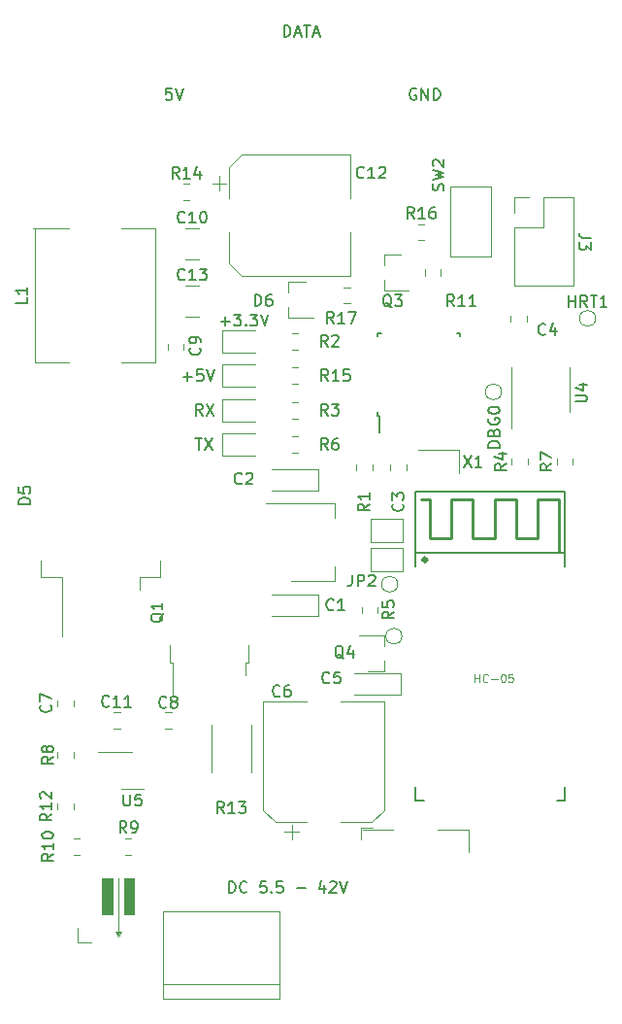
<source format=gbr>
G04 #@! TF.GenerationSoftware,KiCad,Pcbnew,5.1.9*
G04 #@! TF.CreationDate,2021-01-31T09:53:20+01:00*
G04 #@! TF.ProjectId,blueled,626c7565-6c65-4642-9e6b-696361645f70,rev?*
G04 #@! TF.SameCoordinates,Original*
G04 #@! TF.FileFunction,Legend,Top*
G04 #@! TF.FilePolarity,Positive*
%FSLAX46Y46*%
G04 Gerber Fmt 4.6, Leading zero omitted, Abs format (unit mm)*
G04 Created by KiCad (PCBNEW 5.1.9) date 2021-01-31 09:53:20*
%MOMM*%
%LPD*%
G01*
G04 APERTURE LIST*
%ADD10C,0.120000*%
%ADD11C,0.127000*%
%ADD12C,0.254000*%
%ADD13C,0.381000*%
%ADD14C,0.100000*%
%ADD15C,0.150000*%
%ADD16C,0.050000*%
G04 APERTURE END LIST*
D10*
X153760000Y-119780000D02*
X152300000Y-119780000D01*
X153760000Y-116620000D02*
X151600000Y-116620000D01*
X153760000Y-116620000D02*
X153760000Y-117550000D01*
X153760000Y-119780000D02*
X153760000Y-118850000D01*
X145075000Y-133765000D02*
X146325000Y-133765000D01*
X145700000Y-134390000D02*
X145700000Y-133140000D01*
X152655563Y-132900000D02*
X153720000Y-131835563D01*
X144264437Y-132900000D02*
X143200000Y-131835563D01*
X144264437Y-132900000D02*
X146950000Y-132900000D01*
X152655563Y-132900000D02*
X149970000Y-132900000D01*
X153720000Y-131835563D02*
X153720000Y-122380000D01*
X143200000Y-131835563D02*
X143200000Y-122380000D01*
X143200000Y-122380000D02*
X146950000Y-122380000D01*
X153720000Y-122380000D02*
X149970000Y-122380000D01*
X131776001Y-126775001D02*
X128776001Y-126775001D01*
X132776001Y-130015001D02*
X130776001Y-130015001D01*
X135050000Y-117470000D02*
X135050000Y-118970000D01*
X135050000Y-118970000D02*
X135320000Y-118970000D01*
X135320000Y-118970000D02*
X135320000Y-121800000D01*
X141950000Y-117470000D02*
X141950000Y-118970000D01*
X141950000Y-118970000D02*
X141680000Y-118970000D01*
X141680000Y-118970000D02*
X141680000Y-120070000D01*
X123800000Y-110086000D02*
X123800000Y-111586000D01*
X123800000Y-111586000D02*
X125610000Y-111586000D01*
X125610000Y-111586000D02*
X125610000Y-116711000D01*
X134200000Y-110086000D02*
X134200000Y-111586000D01*
X134200000Y-111586000D02*
X132390000Y-111586000D01*
X132390000Y-111586000D02*
X132390000Y-112686000D01*
X150238748Y-87710000D02*
X150761252Y-87710000D01*
X150238748Y-86290000D02*
X150761252Y-86290000D01*
X156738748Y-82210000D02*
X157261252Y-82210000D01*
X156738748Y-80790000D02*
X157261252Y-80790000D01*
X153740000Y-83420000D02*
X155200000Y-83420000D01*
X153740000Y-86580000D02*
X155900000Y-86580000D01*
X153740000Y-86580000D02*
X153740000Y-85650000D01*
X153740000Y-83420000D02*
X153740000Y-84350000D01*
X136397936Y-86140000D02*
X137602064Y-86140000D01*
X136397936Y-88860000D02*
X137602064Y-88860000D01*
X136397936Y-81140000D02*
X137602064Y-81140000D01*
X136397936Y-83860000D02*
X137602064Y-83860000D01*
X134460000Y-148310000D02*
X144620000Y-148310000D01*
X134460000Y-140690000D02*
X134460000Y-148310000D01*
X144620000Y-140690000D02*
X134460000Y-140690000D01*
X144620000Y-148310000D02*
X144620000Y-140690000D01*
X144620000Y-147040000D02*
X134460000Y-147040000D01*
X165070000Y-86190000D02*
X170270000Y-86190000D01*
X165070000Y-81050000D02*
X165070000Y-86190000D01*
X170270000Y-78450000D02*
X170270000Y-86190000D01*
X165070000Y-81050000D02*
X167670000Y-81050000D01*
X167670000Y-81050000D02*
X167670000Y-78450000D01*
X167670000Y-78450000D02*
X170270000Y-78450000D01*
X165070000Y-79780000D02*
X165070000Y-78450000D01*
X165070000Y-78450000D02*
X166400000Y-78450000D01*
D11*
X156500000Y-104100000D02*
X169500000Y-104100000D01*
X169500000Y-104100000D02*
X169500000Y-109410000D01*
X156500000Y-109410000D02*
X156500000Y-104100000D01*
D12*
X169000000Y-109250000D02*
X169000000Y-104750000D01*
X169000000Y-104750000D02*
X167125000Y-104750000D01*
X167125000Y-104750000D02*
X167125000Y-108125000D01*
X167125000Y-108125000D02*
X165250000Y-108125000D01*
X165250000Y-108125000D02*
X165250000Y-104750000D01*
X165250000Y-104750000D02*
X163375000Y-104750000D01*
X163375000Y-104750000D02*
X163375000Y-108125000D01*
X163375000Y-108125000D02*
X161500000Y-108125000D01*
X161500000Y-108125000D02*
X161500000Y-104750000D01*
X161500000Y-104750000D02*
X159625000Y-104750000D01*
X159625000Y-104750000D02*
X159625000Y-108125000D01*
X159625000Y-108125000D02*
X157750000Y-108125000D01*
X157750000Y-108125000D02*
X157750000Y-104750000D01*
X157750000Y-104750000D02*
X157006000Y-104750000D01*
D13*
X157412000Y-110045000D02*
G75*
G03*
X157412000Y-110045000I-127000J0D01*
G01*
D11*
X169500000Y-109410000D02*
X156500000Y-109410000D01*
X168800000Y-131000000D02*
X169500000Y-131000000D01*
X169500000Y-131000000D02*
X169500000Y-129800000D01*
X169500000Y-110600000D02*
X169500000Y-109410000D01*
X156500000Y-110600000D02*
X156500000Y-109410000D01*
X156500000Y-129800000D02*
X156500000Y-131000000D01*
X156500000Y-131000000D02*
X157200000Y-131000000D01*
D10*
X143900000Y-114935000D02*
X147985000Y-114935000D01*
X147985000Y-114935000D02*
X147985000Y-113065000D01*
X147985000Y-113065000D02*
X143900000Y-113065000D01*
X154930000Y-112170000D02*
G75*
G03*
X154930000Y-112170000I-700000J0D01*
G01*
X155300000Y-116700000D02*
G75*
G03*
X155300000Y-116700000I-700000J0D01*
G01*
X163990000Y-95410000D02*
G75*
G03*
X163990000Y-95410000I-700000J0D01*
G01*
X152750000Y-133400000D02*
X151700000Y-133400000D01*
X151700000Y-134450000D02*
X151700000Y-133400000D01*
X158400000Y-133600000D02*
X161100000Y-133600000D01*
X161100000Y-133600000D02*
X161100000Y-135500000D01*
X151900000Y-133600000D02*
X154500000Y-133600000D01*
X130560000Y-137780000D02*
X130560000Y-142733000D01*
X127016000Y-142155000D02*
X127016000Y-143355000D01*
X127016000Y-143355000D02*
X128216000Y-143355000D01*
D14*
G36*
X130306000Y-142479000D02*
G01*
X130814000Y-142479000D01*
X130560000Y-142860000D01*
X130306000Y-142479000D01*
G37*
X130306000Y-142479000D02*
X130814000Y-142479000D01*
X130560000Y-142860000D01*
X130306000Y-142479000D01*
G36*
X129163000Y-137780000D02*
G01*
X130052000Y-137780000D01*
X130052000Y-140955000D01*
X129163000Y-140955000D01*
X129163000Y-137780000D01*
G37*
X129163000Y-137780000D02*
X130052000Y-137780000D01*
X130052000Y-140955000D01*
X129163000Y-140955000D01*
X129163000Y-137780000D01*
G36*
X131068000Y-137780000D02*
G01*
X131957000Y-137780000D01*
X131957000Y-140955000D01*
X131068000Y-140955000D01*
X131068000Y-137780000D01*
G37*
X131068000Y-137780000D02*
X131957000Y-137780000D01*
X131957000Y-140955000D01*
X131068000Y-140955000D01*
X131068000Y-137780000D01*
D10*
X169946000Y-95185000D02*
X169946000Y-93235000D01*
X169946000Y-95185000D02*
X169946000Y-97135000D01*
X164826000Y-95185000D02*
X164826000Y-93235000D01*
X164826000Y-95185000D02*
X164826000Y-98635000D01*
X149410000Y-111910000D02*
X149410000Y-110650000D01*
X149410000Y-105090000D02*
X149410000Y-106350000D01*
X145650000Y-111910000D02*
X149410000Y-111910000D01*
X143400000Y-105090000D02*
X149410000Y-105090000D01*
X170210000Y-101238748D02*
X170210000Y-101761252D01*
X168790000Y-101238748D02*
X168790000Y-101761252D01*
X145738748Y-99290000D02*
X146261252Y-99290000D01*
X145738748Y-100710000D02*
X146261252Y-100710000D01*
X153210000Y-114138748D02*
X153210000Y-114661252D01*
X151790000Y-114138748D02*
X151790000Y-114661252D01*
X142475000Y-99040000D02*
X139615000Y-99040000D01*
X139615000Y-99040000D02*
X139615000Y-100960000D01*
X139615000Y-100960000D02*
X142475000Y-100960000D01*
X164890000Y-101761252D02*
X164890000Y-101238748D01*
X166310000Y-101761252D02*
X166310000Y-101238748D01*
X145738748Y-96290000D02*
X146261252Y-96290000D01*
X145738748Y-97710000D02*
X146261252Y-97710000D01*
X145738748Y-90290000D02*
X146261252Y-90290000D01*
X145738748Y-91710000D02*
X146261252Y-91710000D01*
X151290000Y-102261252D02*
X151290000Y-101738748D01*
X152710000Y-102261252D02*
X152710000Y-101738748D01*
X142500000Y-96040000D02*
X139640000Y-96040000D01*
X139640000Y-96040000D02*
X139640000Y-97960000D01*
X139640000Y-97960000D02*
X142500000Y-97960000D01*
X142500000Y-90040000D02*
X139640000Y-90040000D01*
X139640000Y-90040000D02*
X139640000Y-91960000D01*
X139640000Y-91960000D02*
X142500000Y-91960000D01*
X164790000Y-89261252D02*
X164790000Y-88738748D01*
X166210000Y-89261252D02*
X166210000Y-88738748D01*
X154290000Y-102261252D02*
X154290000Y-101738748D01*
X155710000Y-102261252D02*
X155710000Y-101738748D01*
D15*
X153145000Y-97515000D02*
X153370000Y-97515000D01*
X153145000Y-90265000D02*
X153470000Y-90265000D01*
X160395000Y-90265000D02*
X160070000Y-90265000D01*
X153145000Y-97515000D02*
X153145000Y-97190000D01*
X160395000Y-90265000D02*
X160395000Y-90590000D01*
X153145000Y-90265000D02*
X153145000Y-90590000D01*
X153370000Y-97515000D02*
X153370000Y-98940000D01*
D10*
X159490000Y-83610000D02*
X159490000Y-77490000D01*
X159490000Y-77490000D02*
X163110000Y-77490000D01*
X163110000Y-77490000D02*
X163110000Y-83610000D01*
X163110000Y-83610000D02*
X159490000Y-83610000D01*
X143900000Y-103996000D02*
X147985000Y-103996000D01*
X147985000Y-103996000D02*
X147985000Y-102126000D01*
X147985000Y-102126000D02*
X143900000Y-102126000D01*
X155225000Y-119965000D02*
X151140000Y-119965000D01*
X155225000Y-121835000D02*
X155225000Y-119965000D01*
X151140000Y-121835000D02*
X155225000Y-121835000D01*
X126640000Y-122791252D02*
X126640000Y-122268748D01*
X125220000Y-122791252D02*
X125220000Y-122268748D01*
X134668748Y-123320000D02*
X135191252Y-123320000D01*
X134668748Y-124740000D02*
X135191252Y-124740000D01*
X136260000Y-91198748D02*
X136260000Y-91721252D01*
X134840000Y-91198748D02*
X134840000Y-91721252D01*
X130691252Y-123320000D02*
X130168748Y-123320000D01*
X130691252Y-124740000D02*
X130168748Y-124740000D01*
X139375000Y-76615000D02*
X139375000Y-77865000D01*
X138750000Y-77240000D02*
X140000000Y-77240000D01*
X140240000Y-84195563D02*
X141304437Y-85260000D01*
X140240000Y-75804437D02*
X141304437Y-74740000D01*
X140240000Y-75804437D02*
X140240000Y-78490000D01*
X140240000Y-84195563D02*
X140240000Y-81510000D01*
X141304437Y-85260000D02*
X150760000Y-85260000D01*
X141304437Y-74740000D02*
X150760000Y-74740000D01*
X150760000Y-74740000D02*
X150760000Y-78490000D01*
X150760000Y-85260000D02*
X150760000Y-81510000D01*
X139615000Y-94960000D02*
X142475000Y-94960000D01*
X139615000Y-93040000D02*
X139615000Y-94960000D01*
X142475000Y-93040000D02*
X139615000Y-93040000D01*
X145410000Y-85780000D02*
X146870000Y-85780000D01*
X145410000Y-88940000D02*
X147570000Y-88940000D01*
X145410000Y-88940000D02*
X145410000Y-88010000D01*
X145410000Y-85780000D02*
X145410000Y-86710000D01*
X172200000Y-89000000D02*
G75*
G03*
X172200000Y-89000000I-700000J0D01*
G01*
X152600000Y-106500000D02*
X155400000Y-106500000D01*
X155400000Y-106500000D02*
X155400000Y-108500000D01*
X155400000Y-108500000D02*
X152600000Y-108500000D01*
X152600000Y-108500000D02*
X152600000Y-106500000D01*
X152600000Y-111000000D02*
X152600000Y-109000000D01*
X155400000Y-111000000D02*
X152600000Y-111000000D01*
X155400000Y-109000000D02*
X155400000Y-111000000D01*
X152600000Y-109000000D02*
X155400000Y-109000000D01*
X123100000Y-81150000D02*
X126250000Y-81150000D01*
X123250000Y-92850000D02*
X123250000Y-81150000D01*
X126250000Y-92850000D02*
X123250000Y-92850000D01*
X133750000Y-92850000D02*
X130800000Y-92850000D01*
X133750000Y-81150000D02*
X133750000Y-92850000D01*
X130800000Y-81150000D02*
X133750000Y-81150000D01*
X126640000Y-126768748D02*
X126640000Y-127291252D01*
X125220000Y-126768748D02*
X125220000Y-127291252D01*
X131168748Y-135740000D02*
X131691252Y-135740000D01*
X131168748Y-134320000D02*
X131691252Y-134320000D01*
X126668748Y-135740000D02*
X127191252Y-135740000D01*
X126668748Y-134320000D02*
X127191252Y-134320000D01*
X157290000Y-85261252D02*
X157290000Y-84738748D01*
X158710000Y-85261252D02*
X158710000Y-84738748D01*
X126640000Y-131791252D02*
X126640000Y-131268748D01*
X125220000Y-131791252D02*
X125220000Y-131268748D01*
X138720000Y-124447936D02*
X138720000Y-128552064D01*
X142140000Y-124447936D02*
X142140000Y-128552064D01*
X136238748Y-77290000D02*
X136761252Y-77290000D01*
X136238748Y-78710000D02*
X136761252Y-78710000D01*
X145713748Y-94710000D02*
X146236252Y-94710000D01*
X145713748Y-93290000D02*
X146236252Y-93290000D01*
X160278000Y-102516000D02*
X160278000Y-100484000D01*
X160278000Y-100484000D02*
X156722000Y-100484000D01*
D15*
X150204761Y-118647619D02*
X150109523Y-118600000D01*
X150014285Y-118504761D01*
X149871428Y-118361904D01*
X149776190Y-118314285D01*
X149680952Y-118314285D01*
X149728571Y-118552380D02*
X149633333Y-118504761D01*
X149538095Y-118409523D01*
X149490476Y-118219047D01*
X149490476Y-117885714D01*
X149538095Y-117695238D01*
X149633333Y-117600000D01*
X149728571Y-117552380D01*
X149919047Y-117552380D01*
X150014285Y-117600000D01*
X150109523Y-117695238D01*
X150157142Y-117885714D01*
X150157142Y-118219047D01*
X150109523Y-118409523D01*
X150014285Y-118504761D01*
X149919047Y-118552380D01*
X149728571Y-118552380D01*
X151014285Y-117885714D02*
X151014285Y-118552380D01*
X150776190Y-117504761D02*
X150538095Y-118219047D01*
X151157142Y-118219047D01*
X144643333Y-121877142D02*
X144595714Y-121924761D01*
X144452857Y-121972380D01*
X144357619Y-121972380D01*
X144214761Y-121924761D01*
X144119523Y-121829523D01*
X144071904Y-121734285D01*
X144024285Y-121543809D01*
X144024285Y-121400952D01*
X144071904Y-121210476D01*
X144119523Y-121115238D01*
X144214761Y-121020000D01*
X144357619Y-120972380D01*
X144452857Y-120972380D01*
X144595714Y-121020000D01*
X144643333Y-121067619D01*
X145500476Y-120972380D02*
X145310000Y-120972380D01*
X145214761Y-121020000D01*
X145167142Y-121067619D01*
X145071904Y-121210476D01*
X145024285Y-121400952D01*
X145024285Y-121781904D01*
X145071904Y-121877142D01*
X145119523Y-121924761D01*
X145214761Y-121972380D01*
X145405238Y-121972380D01*
X145500476Y-121924761D01*
X145548095Y-121877142D01*
X145595714Y-121781904D01*
X145595714Y-121543809D01*
X145548095Y-121448571D01*
X145500476Y-121400952D01*
X145405238Y-121353333D01*
X145214761Y-121353333D01*
X145119523Y-121400952D01*
X145071904Y-121448571D01*
X145024285Y-121543809D01*
X131014096Y-130482380D02*
X131014096Y-131291904D01*
X131061715Y-131387142D01*
X131109334Y-131434761D01*
X131204572Y-131482380D01*
X131395048Y-131482380D01*
X131490286Y-131434761D01*
X131537905Y-131387142D01*
X131585524Y-131291904D01*
X131585524Y-130482380D01*
X132537905Y-130482380D02*
X132061715Y-130482380D01*
X132014096Y-130958571D01*
X132061715Y-130910952D01*
X132156953Y-130863333D01*
X132395048Y-130863333D01*
X132490286Y-130910952D01*
X132537905Y-130958571D01*
X132585524Y-131053809D01*
X132585524Y-131291904D01*
X132537905Y-131387142D01*
X132490286Y-131434761D01*
X132395048Y-131482380D01*
X132156953Y-131482380D01*
X132061715Y-131434761D01*
X132014096Y-131387142D01*
X134497619Y-114705238D02*
X134450000Y-114800476D01*
X134354761Y-114895714D01*
X134211904Y-115038571D01*
X134164285Y-115133809D01*
X134164285Y-115229047D01*
X134402380Y-115181428D02*
X134354761Y-115276666D01*
X134259523Y-115371904D01*
X134069047Y-115419523D01*
X133735714Y-115419523D01*
X133545238Y-115371904D01*
X133450000Y-115276666D01*
X133402380Y-115181428D01*
X133402380Y-114990952D01*
X133450000Y-114895714D01*
X133545238Y-114800476D01*
X133735714Y-114752857D01*
X134069047Y-114752857D01*
X134259523Y-114800476D01*
X134354761Y-114895714D01*
X134402380Y-114990952D01*
X134402380Y-115181428D01*
X134402380Y-113800476D02*
X134402380Y-114371904D01*
X134402380Y-114086190D02*
X133402380Y-114086190D01*
X133545238Y-114181428D01*
X133640476Y-114276666D01*
X133688095Y-114371904D01*
X122872380Y-105184095D02*
X121872380Y-105184095D01*
X121872380Y-104946000D01*
X121920000Y-104803142D01*
X122015238Y-104707904D01*
X122110476Y-104660285D01*
X122300952Y-104612666D01*
X122443809Y-104612666D01*
X122634285Y-104660285D01*
X122729523Y-104707904D01*
X122824761Y-104803142D01*
X122872380Y-104946000D01*
X122872380Y-105184095D01*
X121872380Y-103707904D02*
X121872380Y-104184095D01*
X122348571Y-104231714D01*
X122300952Y-104184095D01*
X122253333Y-104088857D01*
X122253333Y-103850761D01*
X122300952Y-103755523D01*
X122348571Y-103707904D01*
X122443809Y-103660285D01*
X122681904Y-103660285D01*
X122777142Y-103707904D01*
X122824761Y-103755523D01*
X122872380Y-103850761D01*
X122872380Y-104088857D01*
X122824761Y-104184095D01*
X122777142Y-104231714D01*
X149357142Y-89452380D02*
X149023809Y-88976190D01*
X148785714Y-89452380D02*
X148785714Y-88452380D01*
X149166666Y-88452380D01*
X149261904Y-88500000D01*
X149309523Y-88547619D01*
X149357142Y-88642857D01*
X149357142Y-88785714D01*
X149309523Y-88880952D01*
X149261904Y-88928571D01*
X149166666Y-88976190D01*
X148785714Y-88976190D01*
X150309523Y-89452380D02*
X149738095Y-89452380D01*
X150023809Y-89452380D02*
X150023809Y-88452380D01*
X149928571Y-88595238D01*
X149833333Y-88690476D01*
X149738095Y-88738095D01*
X150642857Y-88452380D02*
X151309523Y-88452380D01*
X150880952Y-89452380D01*
X156357142Y-80302380D02*
X156023809Y-79826190D01*
X155785714Y-80302380D02*
X155785714Y-79302380D01*
X156166666Y-79302380D01*
X156261904Y-79350000D01*
X156309523Y-79397619D01*
X156357142Y-79492857D01*
X156357142Y-79635714D01*
X156309523Y-79730952D01*
X156261904Y-79778571D01*
X156166666Y-79826190D01*
X155785714Y-79826190D01*
X157309523Y-80302380D02*
X156738095Y-80302380D01*
X157023809Y-80302380D02*
X157023809Y-79302380D01*
X156928571Y-79445238D01*
X156833333Y-79540476D01*
X156738095Y-79588095D01*
X158166666Y-79302380D02*
X157976190Y-79302380D01*
X157880952Y-79350000D01*
X157833333Y-79397619D01*
X157738095Y-79540476D01*
X157690476Y-79730952D01*
X157690476Y-80111904D01*
X157738095Y-80207142D01*
X157785714Y-80254761D01*
X157880952Y-80302380D01*
X158071428Y-80302380D01*
X158166666Y-80254761D01*
X158214285Y-80207142D01*
X158261904Y-80111904D01*
X158261904Y-79873809D01*
X158214285Y-79778571D01*
X158166666Y-79730952D01*
X158071428Y-79683333D01*
X157880952Y-79683333D01*
X157785714Y-79730952D01*
X157738095Y-79778571D01*
X157690476Y-79873809D01*
X154404761Y-88047619D02*
X154309523Y-88000000D01*
X154214285Y-87904761D01*
X154071428Y-87761904D01*
X153976190Y-87714285D01*
X153880952Y-87714285D01*
X153928571Y-87952380D02*
X153833333Y-87904761D01*
X153738095Y-87809523D01*
X153690476Y-87619047D01*
X153690476Y-87285714D01*
X153738095Y-87095238D01*
X153833333Y-87000000D01*
X153928571Y-86952380D01*
X154119047Y-86952380D01*
X154214285Y-87000000D01*
X154309523Y-87095238D01*
X154357142Y-87285714D01*
X154357142Y-87619047D01*
X154309523Y-87809523D01*
X154214285Y-87904761D01*
X154119047Y-87952380D01*
X153928571Y-87952380D01*
X154690476Y-86952380D02*
X155309523Y-86952380D01*
X154976190Y-87333333D01*
X155119047Y-87333333D01*
X155214285Y-87380952D01*
X155261904Y-87428571D01*
X155309523Y-87523809D01*
X155309523Y-87761904D01*
X155261904Y-87857142D01*
X155214285Y-87904761D01*
X155119047Y-87952380D01*
X154833333Y-87952380D01*
X154738095Y-87904761D01*
X154690476Y-87857142D01*
X136357142Y-85577142D02*
X136309523Y-85624761D01*
X136166666Y-85672380D01*
X136071428Y-85672380D01*
X135928571Y-85624761D01*
X135833333Y-85529523D01*
X135785714Y-85434285D01*
X135738095Y-85243809D01*
X135738095Y-85100952D01*
X135785714Y-84910476D01*
X135833333Y-84815238D01*
X135928571Y-84720000D01*
X136071428Y-84672380D01*
X136166666Y-84672380D01*
X136309523Y-84720000D01*
X136357142Y-84767619D01*
X137309523Y-85672380D02*
X136738095Y-85672380D01*
X137023809Y-85672380D02*
X137023809Y-84672380D01*
X136928571Y-84815238D01*
X136833333Y-84910476D01*
X136738095Y-84958095D01*
X137642857Y-84672380D02*
X138261904Y-84672380D01*
X137928571Y-85053333D01*
X138071428Y-85053333D01*
X138166666Y-85100952D01*
X138214285Y-85148571D01*
X138261904Y-85243809D01*
X138261904Y-85481904D01*
X138214285Y-85577142D01*
X138166666Y-85624761D01*
X138071428Y-85672380D01*
X137785714Y-85672380D01*
X137690476Y-85624761D01*
X137642857Y-85577142D01*
X136357142Y-80577142D02*
X136309523Y-80624761D01*
X136166666Y-80672380D01*
X136071428Y-80672380D01*
X135928571Y-80624761D01*
X135833333Y-80529523D01*
X135785714Y-80434285D01*
X135738095Y-80243809D01*
X135738095Y-80100952D01*
X135785714Y-79910476D01*
X135833333Y-79815238D01*
X135928571Y-79720000D01*
X136071428Y-79672380D01*
X136166666Y-79672380D01*
X136309523Y-79720000D01*
X136357142Y-79767619D01*
X137309523Y-80672380D02*
X136738095Y-80672380D01*
X137023809Y-80672380D02*
X137023809Y-79672380D01*
X136928571Y-79815238D01*
X136833333Y-79910476D01*
X136738095Y-79958095D01*
X137928571Y-79672380D02*
X138023809Y-79672380D01*
X138119047Y-79720000D01*
X138166666Y-79767619D01*
X138214285Y-79862857D01*
X138261904Y-80053333D01*
X138261904Y-80291428D01*
X138214285Y-80481904D01*
X138166666Y-80577142D01*
X138119047Y-80624761D01*
X138023809Y-80672380D01*
X137928571Y-80672380D01*
X137833333Y-80624761D01*
X137785714Y-80577142D01*
X137738095Y-80481904D01*
X137690476Y-80291428D01*
X137690476Y-80053333D01*
X137738095Y-79862857D01*
X137785714Y-79767619D01*
X137833333Y-79720000D01*
X137928571Y-79672380D01*
X171773619Y-81986666D02*
X171059333Y-81986666D01*
X170916476Y-81939047D01*
X170821238Y-81843809D01*
X170773619Y-81700952D01*
X170773619Y-81605714D01*
X171773619Y-82367619D02*
X171773619Y-82986666D01*
X171392666Y-82653333D01*
X171392666Y-82796190D01*
X171345047Y-82891428D01*
X171297428Y-82939047D01*
X171202190Y-82986666D01*
X170964095Y-82986666D01*
X170868857Y-82939047D01*
X170821238Y-82891428D01*
X170773619Y-82796190D01*
X170773619Y-82510476D01*
X170821238Y-82415238D01*
X170868857Y-82367619D01*
D16*
X161665155Y-120694023D02*
X161665155Y-119992793D01*
X161665155Y-120326712D02*
X162065858Y-120326712D01*
X162065858Y-120694023D02*
X162065858Y-119992793D01*
X162800480Y-120627239D02*
X162767088Y-120660631D01*
X162666912Y-120694023D01*
X162600129Y-120694023D01*
X162499953Y-120660631D01*
X162433169Y-120593847D01*
X162399777Y-120527063D01*
X162366385Y-120393495D01*
X162366385Y-120293320D01*
X162399777Y-120159752D01*
X162433169Y-120092968D01*
X162499953Y-120026185D01*
X162600129Y-119992793D01*
X162666912Y-119992793D01*
X162767088Y-120026185D01*
X162800480Y-120059576D01*
X163101007Y-120426887D02*
X163635278Y-120426887D01*
X164102764Y-119992793D02*
X164169548Y-119992793D01*
X164236332Y-120026185D01*
X164269724Y-120059576D01*
X164303116Y-120126360D01*
X164336508Y-120259928D01*
X164336508Y-120426887D01*
X164303116Y-120560455D01*
X164269724Y-120627239D01*
X164236332Y-120660631D01*
X164169548Y-120694023D01*
X164102764Y-120694023D01*
X164035980Y-120660631D01*
X164002589Y-120627239D01*
X163969197Y-120560455D01*
X163935805Y-120426887D01*
X163935805Y-120259928D01*
X163969197Y-120126360D01*
X164002589Y-120059576D01*
X164035980Y-120026185D01*
X164102764Y-119992793D01*
X164970954Y-119992793D02*
X164637035Y-119992793D01*
X164603643Y-120326712D01*
X164637035Y-120293320D01*
X164703819Y-120259928D01*
X164870778Y-120259928D01*
X164937562Y-120293320D01*
X164970954Y-120326712D01*
X165004346Y-120393495D01*
X165004346Y-120560455D01*
X164970954Y-120627239D01*
X164937562Y-120660631D01*
X164870778Y-120694023D01*
X164703819Y-120694023D01*
X164637035Y-120660631D01*
X164603643Y-120627239D01*
D15*
X149333333Y-114357142D02*
X149285714Y-114404761D01*
X149142857Y-114452380D01*
X149047619Y-114452380D01*
X148904761Y-114404761D01*
X148809523Y-114309523D01*
X148761904Y-114214285D01*
X148714285Y-114023809D01*
X148714285Y-113880952D01*
X148761904Y-113690476D01*
X148809523Y-113595238D01*
X148904761Y-113500000D01*
X149047619Y-113452380D01*
X149142857Y-113452380D01*
X149285714Y-113500000D01*
X149333333Y-113547619D01*
X150285714Y-114452380D02*
X149714285Y-114452380D01*
X150000000Y-114452380D02*
X150000000Y-113452380D01*
X149904761Y-113595238D01*
X149809523Y-113690476D01*
X149714285Y-113738095D01*
X163832380Y-100248095D02*
X162832380Y-100248095D01*
X162832380Y-100010000D01*
X162880000Y-99867142D01*
X162975238Y-99771904D01*
X163070476Y-99724285D01*
X163260952Y-99676666D01*
X163403809Y-99676666D01*
X163594285Y-99724285D01*
X163689523Y-99771904D01*
X163784761Y-99867142D01*
X163832380Y-100010000D01*
X163832380Y-100248095D01*
X163308571Y-98914761D02*
X163356190Y-98771904D01*
X163403809Y-98724285D01*
X163499047Y-98676666D01*
X163641904Y-98676666D01*
X163737142Y-98724285D01*
X163784761Y-98771904D01*
X163832380Y-98867142D01*
X163832380Y-99248095D01*
X162832380Y-99248095D01*
X162832380Y-98914761D01*
X162880000Y-98819523D01*
X162927619Y-98771904D01*
X163022857Y-98724285D01*
X163118095Y-98724285D01*
X163213333Y-98771904D01*
X163260952Y-98819523D01*
X163308571Y-98914761D01*
X163308571Y-99248095D01*
X162880000Y-97724285D02*
X162832380Y-97819523D01*
X162832380Y-97962380D01*
X162880000Y-98105238D01*
X162975238Y-98200476D01*
X163070476Y-98248095D01*
X163260952Y-98295714D01*
X163403809Y-98295714D01*
X163594285Y-98248095D01*
X163689523Y-98200476D01*
X163784761Y-98105238D01*
X163832380Y-97962380D01*
X163832380Y-97867142D01*
X163784761Y-97724285D01*
X163737142Y-97676666D01*
X163403809Y-97676666D01*
X163403809Y-97867142D01*
X162832380Y-97057619D02*
X162832380Y-96962380D01*
X162880000Y-96867142D01*
X162927619Y-96819523D01*
X163022857Y-96771904D01*
X163213333Y-96724285D01*
X163451428Y-96724285D01*
X163641904Y-96771904D01*
X163737142Y-96819523D01*
X163784761Y-96867142D01*
X163832380Y-96962380D01*
X163832380Y-97057619D01*
X163784761Y-97152857D01*
X163737142Y-97200476D01*
X163641904Y-97248095D01*
X163451428Y-97295714D01*
X163213333Y-97295714D01*
X163022857Y-97248095D01*
X162927619Y-97200476D01*
X162880000Y-97152857D01*
X162832380Y-97057619D01*
X140204761Y-139052380D02*
X140204761Y-138052380D01*
X140442857Y-138052380D01*
X140585714Y-138100000D01*
X140680952Y-138195238D01*
X140728571Y-138290476D01*
X140776190Y-138480952D01*
X140776190Y-138623809D01*
X140728571Y-138814285D01*
X140680952Y-138909523D01*
X140585714Y-139004761D01*
X140442857Y-139052380D01*
X140204761Y-139052380D01*
X141776190Y-138957142D02*
X141728571Y-139004761D01*
X141585714Y-139052380D01*
X141490476Y-139052380D01*
X141347619Y-139004761D01*
X141252380Y-138909523D01*
X141204761Y-138814285D01*
X141157142Y-138623809D01*
X141157142Y-138480952D01*
X141204761Y-138290476D01*
X141252380Y-138195238D01*
X141347619Y-138100000D01*
X141490476Y-138052380D01*
X141585714Y-138052380D01*
X141728571Y-138100000D01*
X141776190Y-138147619D01*
X143442857Y-138052380D02*
X142966666Y-138052380D01*
X142919047Y-138528571D01*
X142966666Y-138480952D01*
X143061904Y-138433333D01*
X143300000Y-138433333D01*
X143395238Y-138480952D01*
X143442857Y-138528571D01*
X143490476Y-138623809D01*
X143490476Y-138861904D01*
X143442857Y-138957142D01*
X143395238Y-139004761D01*
X143300000Y-139052380D01*
X143061904Y-139052380D01*
X142966666Y-139004761D01*
X142919047Y-138957142D01*
X143919047Y-138957142D02*
X143966666Y-139004761D01*
X143919047Y-139052380D01*
X143871428Y-139004761D01*
X143919047Y-138957142D01*
X143919047Y-139052380D01*
X144871428Y-138052380D02*
X144395238Y-138052380D01*
X144347619Y-138528571D01*
X144395238Y-138480952D01*
X144490476Y-138433333D01*
X144728571Y-138433333D01*
X144823809Y-138480952D01*
X144871428Y-138528571D01*
X144919047Y-138623809D01*
X144919047Y-138861904D01*
X144871428Y-138957142D01*
X144823809Y-139004761D01*
X144728571Y-139052380D01*
X144490476Y-139052380D01*
X144395238Y-139004761D01*
X144347619Y-138957142D01*
X146109523Y-138671428D02*
X146871428Y-138671428D01*
X148538095Y-138385714D02*
X148538095Y-139052380D01*
X148300000Y-138004761D02*
X148061904Y-138719047D01*
X148680952Y-138719047D01*
X149014285Y-138147619D02*
X149061904Y-138100000D01*
X149157142Y-138052380D01*
X149395238Y-138052380D01*
X149490476Y-138100000D01*
X149538095Y-138147619D01*
X149585714Y-138242857D01*
X149585714Y-138338095D01*
X149538095Y-138480952D01*
X148966666Y-139052380D01*
X149585714Y-139052380D01*
X149871428Y-138052380D02*
X150204761Y-139052380D01*
X150538095Y-138052380D01*
X170452380Y-96261904D02*
X171261904Y-96261904D01*
X171357142Y-96214285D01*
X171404761Y-96166666D01*
X171452380Y-96071428D01*
X171452380Y-95880952D01*
X171404761Y-95785714D01*
X171357142Y-95738095D01*
X171261904Y-95690476D01*
X170452380Y-95690476D01*
X170785714Y-94785714D02*
X171452380Y-94785714D01*
X170404761Y-95023809D02*
X171119047Y-95261904D01*
X171119047Y-94642857D01*
X168352380Y-101666666D02*
X167876190Y-102000000D01*
X168352380Y-102238095D02*
X167352380Y-102238095D01*
X167352380Y-101857142D01*
X167400000Y-101761904D01*
X167447619Y-101714285D01*
X167542857Y-101666666D01*
X167685714Y-101666666D01*
X167780952Y-101714285D01*
X167828571Y-101761904D01*
X167876190Y-101857142D01*
X167876190Y-102238095D01*
X167352380Y-101333333D02*
X167352380Y-100666666D01*
X168352380Y-101095238D01*
X148833333Y-100452380D02*
X148500000Y-99976190D01*
X148261904Y-100452380D02*
X148261904Y-99452380D01*
X148642857Y-99452380D01*
X148738095Y-99500000D01*
X148785714Y-99547619D01*
X148833333Y-99642857D01*
X148833333Y-99785714D01*
X148785714Y-99880952D01*
X148738095Y-99928571D01*
X148642857Y-99976190D01*
X148261904Y-99976190D01*
X149690476Y-99452380D02*
X149500000Y-99452380D01*
X149404761Y-99500000D01*
X149357142Y-99547619D01*
X149261904Y-99690476D01*
X149214285Y-99880952D01*
X149214285Y-100261904D01*
X149261904Y-100357142D01*
X149309523Y-100404761D01*
X149404761Y-100452380D01*
X149595238Y-100452380D01*
X149690476Y-100404761D01*
X149738095Y-100357142D01*
X149785714Y-100261904D01*
X149785714Y-100023809D01*
X149738095Y-99928571D01*
X149690476Y-99880952D01*
X149595238Y-99833333D01*
X149404761Y-99833333D01*
X149309523Y-99880952D01*
X149261904Y-99928571D01*
X149214285Y-100023809D01*
X154602380Y-114566666D02*
X154126190Y-114900000D01*
X154602380Y-115138095D02*
X153602380Y-115138095D01*
X153602380Y-114757142D01*
X153650000Y-114661904D01*
X153697619Y-114614285D01*
X153792857Y-114566666D01*
X153935714Y-114566666D01*
X154030952Y-114614285D01*
X154078571Y-114661904D01*
X154126190Y-114757142D01*
X154126190Y-115138095D01*
X153602380Y-113661904D02*
X153602380Y-114138095D01*
X154078571Y-114185714D01*
X154030952Y-114138095D01*
X153983333Y-114042857D01*
X153983333Y-113804761D01*
X154030952Y-113709523D01*
X154078571Y-113661904D01*
X154173809Y-113614285D01*
X154411904Y-113614285D01*
X154507142Y-113661904D01*
X154554761Y-113709523D01*
X154602380Y-113804761D01*
X154602380Y-114042857D01*
X154554761Y-114138095D01*
X154507142Y-114185714D01*
X137275095Y-99452380D02*
X137846523Y-99452380D01*
X137560809Y-100452380D02*
X137560809Y-99452380D01*
X138084619Y-99452380D02*
X138751285Y-100452380D01*
X138751285Y-99452380D02*
X138084619Y-100452380D01*
X164402380Y-101666666D02*
X163926190Y-102000000D01*
X164402380Y-102238095D02*
X163402380Y-102238095D01*
X163402380Y-101857142D01*
X163450000Y-101761904D01*
X163497619Y-101714285D01*
X163592857Y-101666666D01*
X163735714Y-101666666D01*
X163830952Y-101714285D01*
X163878571Y-101761904D01*
X163926190Y-101857142D01*
X163926190Y-102238095D01*
X163735714Y-100809523D02*
X164402380Y-100809523D01*
X163354761Y-101047619D02*
X164069047Y-101285714D01*
X164069047Y-100666666D01*
X148833333Y-97452380D02*
X148500000Y-96976190D01*
X148261904Y-97452380D02*
X148261904Y-96452380D01*
X148642857Y-96452380D01*
X148738095Y-96500000D01*
X148785714Y-96547619D01*
X148833333Y-96642857D01*
X148833333Y-96785714D01*
X148785714Y-96880952D01*
X148738095Y-96928571D01*
X148642857Y-96976190D01*
X148261904Y-96976190D01*
X149166666Y-96452380D02*
X149785714Y-96452380D01*
X149452380Y-96833333D01*
X149595238Y-96833333D01*
X149690476Y-96880952D01*
X149738095Y-96928571D01*
X149785714Y-97023809D01*
X149785714Y-97261904D01*
X149738095Y-97357142D01*
X149690476Y-97404761D01*
X149595238Y-97452380D01*
X149309523Y-97452380D01*
X149214285Y-97404761D01*
X149166666Y-97357142D01*
X148833333Y-91452380D02*
X148500000Y-90976190D01*
X148261904Y-91452380D02*
X148261904Y-90452380D01*
X148642857Y-90452380D01*
X148738095Y-90500000D01*
X148785714Y-90547619D01*
X148833333Y-90642857D01*
X148833333Y-90785714D01*
X148785714Y-90880952D01*
X148738095Y-90928571D01*
X148642857Y-90976190D01*
X148261904Y-90976190D01*
X149214285Y-90547619D02*
X149261904Y-90500000D01*
X149357142Y-90452380D01*
X149595238Y-90452380D01*
X149690476Y-90500000D01*
X149738095Y-90547619D01*
X149785714Y-90642857D01*
X149785714Y-90738095D01*
X149738095Y-90880952D01*
X149166666Y-91452380D01*
X149785714Y-91452380D01*
X152452380Y-105166666D02*
X151976190Y-105500000D01*
X152452380Y-105738095D02*
X151452380Y-105738095D01*
X151452380Y-105357142D01*
X151500000Y-105261904D01*
X151547619Y-105214285D01*
X151642857Y-105166666D01*
X151785714Y-105166666D01*
X151880952Y-105214285D01*
X151928571Y-105261904D01*
X151976190Y-105357142D01*
X151976190Y-105738095D01*
X152452380Y-104214285D02*
X152452380Y-104785714D01*
X152452380Y-104500000D02*
X151452380Y-104500000D01*
X151595238Y-104595238D01*
X151690476Y-104690476D01*
X151738095Y-104785714D01*
X137895333Y-97452380D02*
X137562000Y-96976190D01*
X137323904Y-97452380D02*
X137323904Y-96452380D01*
X137704857Y-96452380D01*
X137800095Y-96500000D01*
X137847714Y-96547619D01*
X137895333Y-96642857D01*
X137895333Y-96785714D01*
X137847714Y-96880952D01*
X137800095Y-96928571D01*
X137704857Y-96976190D01*
X137323904Y-96976190D01*
X138228666Y-96452380D02*
X138895333Y-97452380D01*
X138895333Y-96452380D02*
X138228666Y-97452380D01*
X139500000Y-89271428D02*
X140261904Y-89271428D01*
X139880952Y-89652380D02*
X139880952Y-88890476D01*
X140642857Y-88652380D02*
X141261904Y-88652380D01*
X140928571Y-89033333D01*
X141071428Y-89033333D01*
X141166666Y-89080952D01*
X141214285Y-89128571D01*
X141261904Y-89223809D01*
X141261904Y-89461904D01*
X141214285Y-89557142D01*
X141166666Y-89604761D01*
X141071428Y-89652380D01*
X140785714Y-89652380D01*
X140690476Y-89604761D01*
X140642857Y-89557142D01*
X141690476Y-89557142D02*
X141738095Y-89604761D01*
X141690476Y-89652380D01*
X141642857Y-89604761D01*
X141690476Y-89557142D01*
X141690476Y-89652380D01*
X142071428Y-88652380D02*
X142690476Y-88652380D01*
X142357142Y-89033333D01*
X142500000Y-89033333D01*
X142595238Y-89080952D01*
X142642857Y-89128571D01*
X142690476Y-89223809D01*
X142690476Y-89461904D01*
X142642857Y-89557142D01*
X142595238Y-89604761D01*
X142500000Y-89652380D01*
X142214285Y-89652380D01*
X142119047Y-89604761D01*
X142071428Y-89557142D01*
X142976190Y-88652380D02*
X143309523Y-89652380D01*
X143642857Y-88652380D01*
X167833333Y-90357142D02*
X167785714Y-90404761D01*
X167642857Y-90452380D01*
X167547619Y-90452380D01*
X167404761Y-90404761D01*
X167309523Y-90309523D01*
X167261904Y-90214285D01*
X167214285Y-90023809D01*
X167214285Y-89880952D01*
X167261904Y-89690476D01*
X167309523Y-89595238D01*
X167404761Y-89500000D01*
X167547619Y-89452380D01*
X167642857Y-89452380D01*
X167785714Y-89500000D01*
X167833333Y-89547619D01*
X168690476Y-89785714D02*
X168690476Y-90452380D01*
X168452380Y-89404761D02*
X168214285Y-90119047D01*
X168833333Y-90119047D01*
X155357142Y-105166666D02*
X155404761Y-105214285D01*
X155452380Y-105357142D01*
X155452380Y-105452380D01*
X155404761Y-105595238D01*
X155309523Y-105690476D01*
X155214285Y-105738095D01*
X155023809Y-105785714D01*
X154880952Y-105785714D01*
X154690476Y-105738095D01*
X154595238Y-105690476D01*
X154500000Y-105595238D01*
X154452380Y-105452380D01*
X154452380Y-105357142D01*
X154500000Y-105214285D01*
X154547619Y-105166666D01*
X154452380Y-104833333D02*
X154452380Y-104214285D01*
X154833333Y-104547619D01*
X154833333Y-104404761D01*
X154880952Y-104309523D01*
X154928571Y-104261904D01*
X155023809Y-104214285D01*
X155261904Y-104214285D01*
X155357142Y-104261904D01*
X155404761Y-104309523D01*
X155452380Y-104404761D01*
X155452380Y-104690476D01*
X155404761Y-104785714D01*
X155357142Y-104833333D01*
X135209523Y-68952380D02*
X134733333Y-68952380D01*
X134685714Y-69428571D01*
X134733333Y-69380952D01*
X134828571Y-69333333D01*
X135066666Y-69333333D01*
X135161904Y-69380952D01*
X135209523Y-69428571D01*
X135257142Y-69523809D01*
X135257142Y-69761904D01*
X135209523Y-69857142D01*
X135161904Y-69904761D01*
X135066666Y-69952380D01*
X134828571Y-69952380D01*
X134733333Y-69904761D01*
X134685714Y-69857142D01*
X135542857Y-68952380D02*
X135876190Y-69952380D01*
X136209523Y-68952380D01*
X145000000Y-64452380D02*
X145000000Y-63452380D01*
X145238095Y-63452380D01*
X145380952Y-63500000D01*
X145476190Y-63595238D01*
X145523809Y-63690476D01*
X145571428Y-63880952D01*
X145571428Y-64023809D01*
X145523809Y-64214285D01*
X145476190Y-64309523D01*
X145380952Y-64404761D01*
X145238095Y-64452380D01*
X145000000Y-64452380D01*
X145952380Y-64166666D02*
X146428571Y-64166666D01*
X145857142Y-64452380D02*
X146190476Y-63452380D01*
X146523809Y-64452380D01*
X146714285Y-63452380D02*
X147285714Y-63452380D01*
X147000000Y-64452380D02*
X147000000Y-63452380D01*
X147571428Y-64166666D02*
X148047619Y-64166666D01*
X147476190Y-64452380D02*
X147809523Y-63452380D01*
X148142857Y-64452380D01*
X156538095Y-69000000D02*
X156442857Y-68952380D01*
X156300000Y-68952380D01*
X156157142Y-69000000D01*
X156061904Y-69095238D01*
X156014285Y-69190476D01*
X155966666Y-69380952D01*
X155966666Y-69523809D01*
X156014285Y-69714285D01*
X156061904Y-69809523D01*
X156157142Y-69904761D01*
X156300000Y-69952380D01*
X156395238Y-69952380D01*
X156538095Y-69904761D01*
X156585714Y-69857142D01*
X156585714Y-69523809D01*
X156395238Y-69523809D01*
X157014285Y-69952380D02*
X157014285Y-68952380D01*
X157585714Y-69952380D01*
X157585714Y-68952380D01*
X158061904Y-69952380D02*
X158061904Y-68952380D01*
X158300000Y-68952380D01*
X158442857Y-69000000D01*
X158538095Y-69095238D01*
X158585714Y-69190476D01*
X158633333Y-69380952D01*
X158633333Y-69523809D01*
X158585714Y-69714285D01*
X158538095Y-69809523D01*
X158442857Y-69904761D01*
X158300000Y-69952380D01*
X158061904Y-69952380D01*
X158904761Y-77833333D02*
X158952380Y-77690476D01*
X158952380Y-77452380D01*
X158904761Y-77357142D01*
X158857142Y-77309523D01*
X158761904Y-77261904D01*
X158666666Y-77261904D01*
X158571428Y-77309523D01*
X158523809Y-77357142D01*
X158476190Y-77452380D01*
X158428571Y-77642857D01*
X158380952Y-77738095D01*
X158333333Y-77785714D01*
X158238095Y-77833333D01*
X158142857Y-77833333D01*
X158047619Y-77785714D01*
X158000000Y-77738095D01*
X157952380Y-77642857D01*
X157952380Y-77404761D01*
X158000000Y-77261904D01*
X157952380Y-76928571D02*
X158952380Y-76690476D01*
X158238095Y-76500000D01*
X158952380Y-76309523D01*
X157952380Y-76071428D01*
X158047619Y-75738095D02*
X158000000Y-75690476D01*
X157952380Y-75595238D01*
X157952380Y-75357142D01*
X158000000Y-75261904D01*
X158047619Y-75214285D01*
X158142857Y-75166666D01*
X158238095Y-75166666D01*
X158380952Y-75214285D01*
X158952380Y-75785714D01*
X158952380Y-75166666D01*
X141333333Y-103357142D02*
X141285714Y-103404761D01*
X141142857Y-103452380D01*
X141047619Y-103452380D01*
X140904761Y-103404761D01*
X140809523Y-103309523D01*
X140761904Y-103214285D01*
X140714285Y-103023809D01*
X140714285Y-102880952D01*
X140761904Y-102690476D01*
X140809523Y-102595238D01*
X140904761Y-102500000D01*
X141047619Y-102452380D01*
X141142857Y-102452380D01*
X141285714Y-102500000D01*
X141333333Y-102547619D01*
X141714285Y-102547619D02*
X141761904Y-102500000D01*
X141857142Y-102452380D01*
X142095238Y-102452380D01*
X142190476Y-102500000D01*
X142238095Y-102547619D01*
X142285714Y-102642857D01*
X142285714Y-102738095D01*
X142238095Y-102880952D01*
X141666666Y-103452380D01*
X142285714Y-103452380D01*
X148973333Y-120717142D02*
X148925714Y-120764761D01*
X148782857Y-120812380D01*
X148687619Y-120812380D01*
X148544761Y-120764761D01*
X148449523Y-120669523D01*
X148401904Y-120574285D01*
X148354285Y-120383809D01*
X148354285Y-120240952D01*
X148401904Y-120050476D01*
X148449523Y-119955238D01*
X148544761Y-119860000D01*
X148687619Y-119812380D01*
X148782857Y-119812380D01*
X148925714Y-119860000D01*
X148973333Y-119907619D01*
X149878095Y-119812380D02*
X149401904Y-119812380D01*
X149354285Y-120288571D01*
X149401904Y-120240952D01*
X149497142Y-120193333D01*
X149735238Y-120193333D01*
X149830476Y-120240952D01*
X149878095Y-120288571D01*
X149925714Y-120383809D01*
X149925714Y-120621904D01*
X149878095Y-120717142D01*
X149830476Y-120764761D01*
X149735238Y-120812380D01*
X149497142Y-120812380D01*
X149401904Y-120764761D01*
X149354285Y-120717142D01*
X124637142Y-122696666D02*
X124684761Y-122744285D01*
X124732380Y-122887142D01*
X124732380Y-122982380D01*
X124684761Y-123125238D01*
X124589523Y-123220476D01*
X124494285Y-123268095D01*
X124303809Y-123315714D01*
X124160952Y-123315714D01*
X123970476Y-123268095D01*
X123875238Y-123220476D01*
X123780000Y-123125238D01*
X123732380Y-122982380D01*
X123732380Y-122887142D01*
X123780000Y-122744285D01*
X123827619Y-122696666D01*
X123732380Y-122363333D02*
X123732380Y-121696666D01*
X124732380Y-122125238D01*
X134733333Y-122857142D02*
X134685714Y-122904761D01*
X134542857Y-122952380D01*
X134447619Y-122952380D01*
X134304761Y-122904761D01*
X134209523Y-122809523D01*
X134161904Y-122714285D01*
X134114285Y-122523809D01*
X134114285Y-122380952D01*
X134161904Y-122190476D01*
X134209523Y-122095238D01*
X134304761Y-122000000D01*
X134447619Y-121952380D01*
X134542857Y-121952380D01*
X134685714Y-122000000D01*
X134733333Y-122047619D01*
X135304761Y-122380952D02*
X135209523Y-122333333D01*
X135161904Y-122285714D01*
X135114285Y-122190476D01*
X135114285Y-122142857D01*
X135161904Y-122047619D01*
X135209523Y-122000000D01*
X135304761Y-121952380D01*
X135495238Y-121952380D01*
X135590476Y-122000000D01*
X135638095Y-122047619D01*
X135685714Y-122142857D01*
X135685714Y-122190476D01*
X135638095Y-122285714D01*
X135590476Y-122333333D01*
X135495238Y-122380952D01*
X135304761Y-122380952D01*
X135209523Y-122428571D01*
X135161904Y-122476190D01*
X135114285Y-122571428D01*
X135114285Y-122761904D01*
X135161904Y-122857142D01*
X135209523Y-122904761D01*
X135304761Y-122952380D01*
X135495238Y-122952380D01*
X135590476Y-122904761D01*
X135638095Y-122857142D01*
X135685714Y-122761904D01*
X135685714Y-122571428D01*
X135638095Y-122476190D01*
X135590476Y-122428571D01*
X135495238Y-122380952D01*
X137657142Y-91566666D02*
X137704761Y-91614285D01*
X137752380Y-91757142D01*
X137752380Y-91852380D01*
X137704761Y-91995238D01*
X137609523Y-92090476D01*
X137514285Y-92138095D01*
X137323809Y-92185714D01*
X137180952Y-92185714D01*
X136990476Y-92138095D01*
X136895238Y-92090476D01*
X136800000Y-91995238D01*
X136752380Y-91852380D01*
X136752380Y-91757142D01*
X136800000Y-91614285D01*
X136847619Y-91566666D01*
X137752380Y-91090476D02*
X137752380Y-90900000D01*
X137704761Y-90804761D01*
X137657142Y-90757142D01*
X137514285Y-90661904D01*
X137323809Y-90614285D01*
X136942857Y-90614285D01*
X136847619Y-90661904D01*
X136800000Y-90709523D01*
X136752380Y-90804761D01*
X136752380Y-90995238D01*
X136800000Y-91090476D01*
X136847619Y-91138095D01*
X136942857Y-91185714D01*
X137180952Y-91185714D01*
X137276190Y-91138095D01*
X137323809Y-91090476D01*
X137371428Y-90995238D01*
X137371428Y-90804761D01*
X137323809Y-90709523D01*
X137276190Y-90661904D01*
X137180952Y-90614285D01*
X129757142Y-122757142D02*
X129709523Y-122804761D01*
X129566666Y-122852380D01*
X129471428Y-122852380D01*
X129328571Y-122804761D01*
X129233333Y-122709523D01*
X129185714Y-122614285D01*
X129138095Y-122423809D01*
X129138095Y-122280952D01*
X129185714Y-122090476D01*
X129233333Y-121995238D01*
X129328571Y-121900000D01*
X129471428Y-121852380D01*
X129566666Y-121852380D01*
X129709523Y-121900000D01*
X129757142Y-121947619D01*
X130709523Y-122852380D02*
X130138095Y-122852380D01*
X130423809Y-122852380D02*
X130423809Y-121852380D01*
X130328571Y-121995238D01*
X130233333Y-122090476D01*
X130138095Y-122138095D01*
X131661904Y-122852380D02*
X131090476Y-122852380D01*
X131376190Y-122852380D02*
X131376190Y-121852380D01*
X131280952Y-121995238D01*
X131185714Y-122090476D01*
X131090476Y-122138095D01*
X151977142Y-76687142D02*
X151929523Y-76734761D01*
X151786666Y-76782380D01*
X151691428Y-76782380D01*
X151548571Y-76734761D01*
X151453333Y-76639523D01*
X151405714Y-76544285D01*
X151358095Y-76353809D01*
X151358095Y-76210952D01*
X151405714Y-76020476D01*
X151453333Y-75925238D01*
X151548571Y-75830000D01*
X151691428Y-75782380D01*
X151786666Y-75782380D01*
X151929523Y-75830000D01*
X151977142Y-75877619D01*
X152929523Y-76782380D02*
X152358095Y-76782380D01*
X152643809Y-76782380D02*
X152643809Y-75782380D01*
X152548571Y-75925238D01*
X152453333Y-76020476D01*
X152358095Y-76068095D01*
X153310476Y-75877619D02*
X153358095Y-75830000D01*
X153453333Y-75782380D01*
X153691428Y-75782380D01*
X153786666Y-75830000D01*
X153834285Y-75877619D01*
X153881904Y-75972857D01*
X153881904Y-76068095D01*
X153834285Y-76210952D01*
X153262857Y-76782380D01*
X153881904Y-76782380D01*
X136214285Y-94071428D02*
X136976190Y-94071428D01*
X136595238Y-94452380D02*
X136595238Y-93690476D01*
X137928571Y-93452380D02*
X137452380Y-93452380D01*
X137404761Y-93928571D01*
X137452380Y-93880952D01*
X137547619Y-93833333D01*
X137785714Y-93833333D01*
X137880952Y-93880952D01*
X137928571Y-93928571D01*
X137976190Y-94023809D01*
X137976190Y-94261904D01*
X137928571Y-94357142D01*
X137880952Y-94404761D01*
X137785714Y-94452380D01*
X137547619Y-94452380D01*
X137452380Y-94404761D01*
X137404761Y-94357142D01*
X138261904Y-93452380D02*
X138595238Y-94452380D01*
X138928571Y-93452380D01*
X142471904Y-87912380D02*
X142471904Y-86912380D01*
X142710000Y-86912380D01*
X142852857Y-86960000D01*
X142948095Y-87055238D01*
X142995714Y-87150476D01*
X143043333Y-87340952D01*
X143043333Y-87483809D01*
X142995714Y-87674285D01*
X142948095Y-87769523D01*
X142852857Y-87864761D01*
X142710000Y-87912380D01*
X142471904Y-87912380D01*
X143900476Y-86912380D02*
X143710000Y-86912380D01*
X143614761Y-86960000D01*
X143567142Y-87007619D01*
X143471904Y-87150476D01*
X143424285Y-87340952D01*
X143424285Y-87721904D01*
X143471904Y-87817142D01*
X143519523Y-87864761D01*
X143614761Y-87912380D01*
X143805238Y-87912380D01*
X143900476Y-87864761D01*
X143948095Y-87817142D01*
X143995714Y-87721904D01*
X143995714Y-87483809D01*
X143948095Y-87388571D01*
X143900476Y-87340952D01*
X143805238Y-87293333D01*
X143614761Y-87293333D01*
X143519523Y-87340952D01*
X143471904Y-87388571D01*
X143424285Y-87483809D01*
X169857142Y-88004380D02*
X169857142Y-87004380D01*
X169857142Y-87480571D02*
X170428571Y-87480571D01*
X170428571Y-88004380D02*
X170428571Y-87004380D01*
X171476190Y-88004380D02*
X171142857Y-87528190D01*
X170904761Y-88004380D02*
X170904761Y-87004380D01*
X171285714Y-87004380D01*
X171380952Y-87052000D01*
X171428571Y-87099619D01*
X171476190Y-87194857D01*
X171476190Y-87337714D01*
X171428571Y-87432952D01*
X171380952Y-87480571D01*
X171285714Y-87528190D01*
X170904761Y-87528190D01*
X171761904Y-87004380D02*
X172333333Y-87004380D01*
X172047619Y-88004380D02*
X172047619Y-87004380D01*
X173190476Y-88004380D02*
X172619047Y-88004380D01*
X172904761Y-88004380D02*
X172904761Y-87004380D01*
X172809523Y-87147238D01*
X172714285Y-87242476D01*
X172619047Y-87290095D01*
X150966666Y-111352380D02*
X150966666Y-112066666D01*
X150919047Y-112209523D01*
X150823809Y-112304761D01*
X150680952Y-112352380D01*
X150585714Y-112352380D01*
X151442857Y-112352380D02*
X151442857Y-111352380D01*
X151823809Y-111352380D01*
X151919047Y-111400000D01*
X151966666Y-111447619D01*
X152014285Y-111542857D01*
X152014285Y-111685714D01*
X151966666Y-111780952D01*
X151919047Y-111828571D01*
X151823809Y-111876190D01*
X151442857Y-111876190D01*
X152395238Y-111447619D02*
X152442857Y-111400000D01*
X152538095Y-111352380D01*
X152776190Y-111352380D01*
X152871428Y-111400000D01*
X152919047Y-111447619D01*
X152966666Y-111542857D01*
X152966666Y-111638095D01*
X152919047Y-111780952D01*
X152347619Y-112352380D01*
X152966666Y-112352380D01*
X122602380Y-87166666D02*
X122602380Y-87642857D01*
X121602380Y-87642857D01*
X122602380Y-86309523D02*
X122602380Y-86880952D01*
X122602380Y-86595238D02*
X121602380Y-86595238D01*
X121745238Y-86690476D01*
X121840476Y-86785714D01*
X121888095Y-86880952D01*
X124882380Y-127196666D02*
X124406190Y-127530000D01*
X124882380Y-127768095D02*
X123882380Y-127768095D01*
X123882380Y-127387142D01*
X123930000Y-127291904D01*
X123977619Y-127244285D01*
X124072857Y-127196666D01*
X124215714Y-127196666D01*
X124310952Y-127244285D01*
X124358571Y-127291904D01*
X124406190Y-127387142D01*
X124406190Y-127768095D01*
X124310952Y-126625238D02*
X124263333Y-126720476D01*
X124215714Y-126768095D01*
X124120476Y-126815714D01*
X124072857Y-126815714D01*
X123977619Y-126768095D01*
X123930000Y-126720476D01*
X123882380Y-126625238D01*
X123882380Y-126434761D01*
X123930000Y-126339523D01*
X123977619Y-126291904D01*
X124072857Y-126244285D01*
X124120476Y-126244285D01*
X124215714Y-126291904D01*
X124263333Y-126339523D01*
X124310952Y-126434761D01*
X124310952Y-126625238D01*
X124358571Y-126720476D01*
X124406190Y-126768095D01*
X124501428Y-126815714D01*
X124691904Y-126815714D01*
X124787142Y-126768095D01*
X124834761Y-126720476D01*
X124882380Y-126625238D01*
X124882380Y-126434761D01*
X124834761Y-126339523D01*
X124787142Y-126291904D01*
X124691904Y-126244285D01*
X124501428Y-126244285D01*
X124406190Y-126291904D01*
X124358571Y-126339523D01*
X124310952Y-126434761D01*
X131263333Y-133832380D02*
X130930000Y-133356190D01*
X130691904Y-133832380D02*
X130691904Y-132832380D01*
X131072857Y-132832380D01*
X131168095Y-132880000D01*
X131215714Y-132927619D01*
X131263333Y-133022857D01*
X131263333Y-133165714D01*
X131215714Y-133260952D01*
X131168095Y-133308571D01*
X131072857Y-133356190D01*
X130691904Y-133356190D01*
X131739523Y-133832380D02*
X131930000Y-133832380D01*
X132025238Y-133784761D01*
X132072857Y-133737142D01*
X132168095Y-133594285D01*
X132215714Y-133403809D01*
X132215714Y-133022857D01*
X132168095Y-132927619D01*
X132120476Y-132880000D01*
X132025238Y-132832380D01*
X131834761Y-132832380D01*
X131739523Y-132880000D01*
X131691904Y-132927619D01*
X131644285Y-133022857D01*
X131644285Y-133260952D01*
X131691904Y-133356190D01*
X131739523Y-133403809D01*
X131834761Y-133451428D01*
X132025238Y-133451428D01*
X132120476Y-133403809D01*
X132168095Y-133356190D01*
X132215714Y-133260952D01*
X124882380Y-135672857D02*
X124406190Y-136006190D01*
X124882380Y-136244285D02*
X123882380Y-136244285D01*
X123882380Y-135863333D01*
X123930000Y-135768095D01*
X123977619Y-135720476D01*
X124072857Y-135672857D01*
X124215714Y-135672857D01*
X124310952Y-135720476D01*
X124358571Y-135768095D01*
X124406190Y-135863333D01*
X124406190Y-136244285D01*
X124882380Y-134720476D02*
X124882380Y-135291904D01*
X124882380Y-135006190D02*
X123882380Y-135006190D01*
X124025238Y-135101428D01*
X124120476Y-135196666D01*
X124168095Y-135291904D01*
X123882380Y-134101428D02*
X123882380Y-134006190D01*
X123930000Y-133910952D01*
X123977619Y-133863333D01*
X124072857Y-133815714D01*
X124263333Y-133768095D01*
X124501428Y-133768095D01*
X124691904Y-133815714D01*
X124787142Y-133863333D01*
X124834761Y-133910952D01*
X124882380Y-134006190D01*
X124882380Y-134101428D01*
X124834761Y-134196666D01*
X124787142Y-134244285D01*
X124691904Y-134291904D01*
X124501428Y-134339523D01*
X124263333Y-134339523D01*
X124072857Y-134291904D01*
X123977619Y-134244285D01*
X123930000Y-134196666D01*
X123882380Y-134101428D01*
X159857142Y-87952380D02*
X159523809Y-87476190D01*
X159285714Y-87952380D02*
X159285714Y-86952380D01*
X159666666Y-86952380D01*
X159761904Y-87000000D01*
X159809523Y-87047619D01*
X159857142Y-87142857D01*
X159857142Y-87285714D01*
X159809523Y-87380952D01*
X159761904Y-87428571D01*
X159666666Y-87476190D01*
X159285714Y-87476190D01*
X160809523Y-87952380D02*
X160238095Y-87952380D01*
X160523809Y-87952380D02*
X160523809Y-86952380D01*
X160428571Y-87095238D01*
X160333333Y-87190476D01*
X160238095Y-87238095D01*
X161761904Y-87952380D02*
X161190476Y-87952380D01*
X161476190Y-87952380D02*
X161476190Y-86952380D01*
X161380952Y-87095238D01*
X161285714Y-87190476D01*
X161190476Y-87238095D01*
X124732380Y-132172857D02*
X124256190Y-132506190D01*
X124732380Y-132744285D02*
X123732380Y-132744285D01*
X123732380Y-132363333D01*
X123780000Y-132268095D01*
X123827619Y-132220476D01*
X123922857Y-132172857D01*
X124065714Y-132172857D01*
X124160952Y-132220476D01*
X124208571Y-132268095D01*
X124256190Y-132363333D01*
X124256190Y-132744285D01*
X124732380Y-131220476D02*
X124732380Y-131791904D01*
X124732380Y-131506190D02*
X123732380Y-131506190D01*
X123875238Y-131601428D01*
X123970476Y-131696666D01*
X124018095Y-131791904D01*
X123827619Y-130839523D02*
X123780000Y-130791904D01*
X123732380Y-130696666D01*
X123732380Y-130458571D01*
X123780000Y-130363333D01*
X123827619Y-130315714D01*
X123922857Y-130268095D01*
X124018095Y-130268095D01*
X124160952Y-130315714D01*
X124732380Y-130887142D01*
X124732380Y-130268095D01*
X139767142Y-132122380D02*
X139433809Y-131646190D01*
X139195714Y-132122380D02*
X139195714Y-131122380D01*
X139576666Y-131122380D01*
X139671904Y-131170000D01*
X139719523Y-131217619D01*
X139767142Y-131312857D01*
X139767142Y-131455714D01*
X139719523Y-131550952D01*
X139671904Y-131598571D01*
X139576666Y-131646190D01*
X139195714Y-131646190D01*
X140719523Y-132122380D02*
X140148095Y-132122380D01*
X140433809Y-132122380D02*
X140433809Y-131122380D01*
X140338571Y-131265238D01*
X140243333Y-131360476D01*
X140148095Y-131408095D01*
X141052857Y-131122380D02*
X141671904Y-131122380D01*
X141338571Y-131503333D01*
X141481428Y-131503333D01*
X141576666Y-131550952D01*
X141624285Y-131598571D01*
X141671904Y-131693809D01*
X141671904Y-131931904D01*
X141624285Y-132027142D01*
X141576666Y-132074761D01*
X141481428Y-132122380D01*
X141195714Y-132122380D01*
X141100476Y-132074761D01*
X141052857Y-132027142D01*
X135857142Y-76802380D02*
X135523809Y-76326190D01*
X135285714Y-76802380D02*
X135285714Y-75802380D01*
X135666666Y-75802380D01*
X135761904Y-75850000D01*
X135809523Y-75897619D01*
X135857142Y-75992857D01*
X135857142Y-76135714D01*
X135809523Y-76230952D01*
X135761904Y-76278571D01*
X135666666Y-76326190D01*
X135285714Y-76326190D01*
X136809523Y-76802380D02*
X136238095Y-76802380D01*
X136523809Y-76802380D02*
X136523809Y-75802380D01*
X136428571Y-75945238D01*
X136333333Y-76040476D01*
X136238095Y-76088095D01*
X137666666Y-76135714D02*
X137666666Y-76802380D01*
X137428571Y-75754761D02*
X137190476Y-76469047D01*
X137809523Y-76469047D01*
X148857142Y-94452380D02*
X148523809Y-93976190D01*
X148285714Y-94452380D02*
X148285714Y-93452380D01*
X148666666Y-93452380D01*
X148761904Y-93500000D01*
X148809523Y-93547619D01*
X148857142Y-93642857D01*
X148857142Y-93785714D01*
X148809523Y-93880952D01*
X148761904Y-93928571D01*
X148666666Y-93976190D01*
X148285714Y-93976190D01*
X149809523Y-94452380D02*
X149238095Y-94452380D01*
X149523809Y-94452380D02*
X149523809Y-93452380D01*
X149428571Y-93595238D01*
X149333333Y-93690476D01*
X149238095Y-93738095D01*
X150714285Y-93452380D02*
X150238095Y-93452380D01*
X150190476Y-93928571D01*
X150238095Y-93880952D01*
X150333333Y-93833333D01*
X150571428Y-93833333D01*
X150666666Y-93880952D01*
X150714285Y-93928571D01*
X150761904Y-94023809D01*
X150761904Y-94261904D01*
X150714285Y-94357142D01*
X150666666Y-94404761D01*
X150571428Y-94452380D01*
X150333333Y-94452380D01*
X150238095Y-94404761D01*
X150190476Y-94357142D01*
X160690476Y-100952380D02*
X161357142Y-101952380D01*
X161357142Y-100952380D02*
X160690476Y-101952380D01*
X162261904Y-101952380D02*
X161690476Y-101952380D01*
X161976190Y-101952380D02*
X161976190Y-100952380D01*
X161880952Y-101095238D01*
X161785714Y-101190476D01*
X161690476Y-101238095D01*
M02*

</source>
